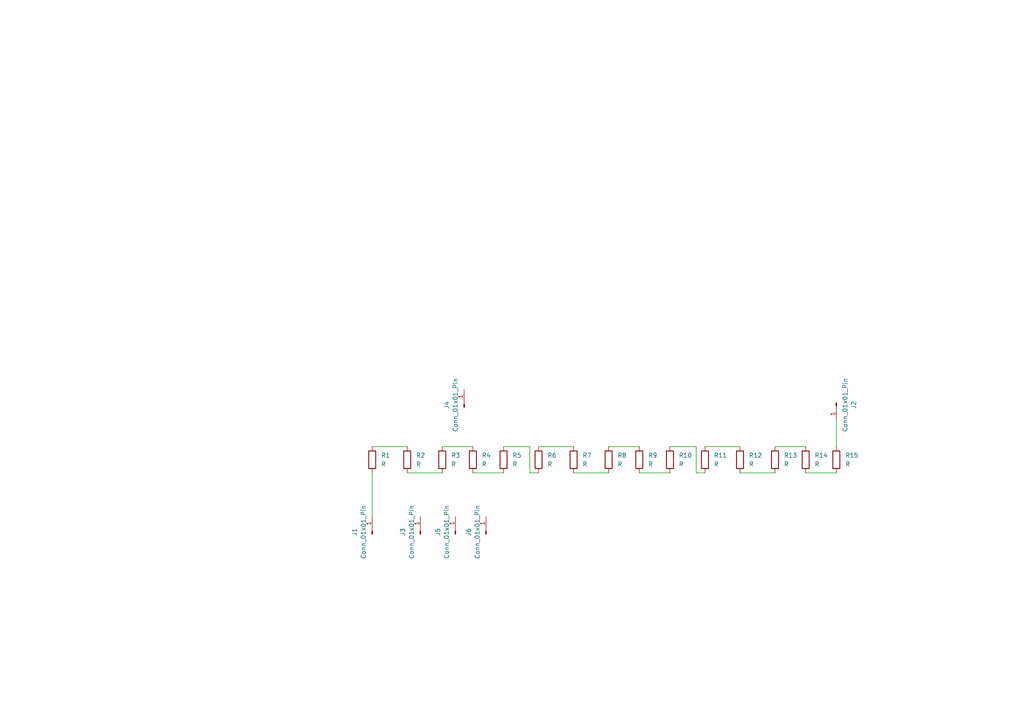
<source format=kicad_sch>
(kicad_sch (version 20231120) (generator "eeschema") (generator_version "8.0")
  (paper "A4")
  (lib_symbols
    (symbol "Connector:Conn_01x01_Pin" (pin_names (offset 1.016) hide)
      (property "Reference" "J" (at 0 2.54 0))
      (property "Value" "Conn_01x01_Pin" (at 0 -2.54 0))
      (symbol "Conn_01x01_Pin_1_1"
        (polyline (pts (xy 1.27 0) (xy 0.8636 0)) (stroke (width 0.1524)))
        (rectangle (start 0.8636 0.127) (end 0 -0.127) (stroke (width 0.1524)) (fill (type outline)))
        (pin passive line (at 5.08 0 180) (length 3.81) (name "Pin_1") (number "1"))
      )
    )
    (symbol "Device:R" (pin_numbers hide) (pin_names (offset 0))
      (property "Reference" "R" (at 2.032 0 90))
      (property "Value" "R" (at 0 0 90))
      (symbol "R_0_1"
        (rectangle (start -1.016 -2.54) (end 1.016 2.54) (stroke (width 0.254)))
      )
      (symbol "R_1_1"
        (pin passive line (at 0 3.81 270) (length 1.27) (name "~") (number "1"))
        (pin passive line (at 0 -3.81 90) (length 1.27) (name "~") (number "2"))
      )
    )
  )
  (wire (pts (xy 185.42 137.16) (xy 194.31 137.16)))
  (wire (pts (xy 201.93 129.54) (xy 201.93 137.16)))
  (wire (pts (xy 166.37 137.16) (xy 176.53 137.16)))
  (wire (pts (xy 242.57 121.92) (xy 242.57 129.54)))
  (wire (pts (xy 176.53 129.54) (xy 185.42 129.54)))
  (wire (pts (xy 107.95 129.54) (xy 118.11 129.54)))
  (wire (pts (xy 156.21 129.54) (xy 166.37 129.54)))
  (wire (pts (xy 146.05 129.54) (xy 153.67 129.54)))
  (wire (pts (xy 118.11 137.16) (xy 128.27 137.16)))
  (wire (pts (xy 137.16 137.16) (xy 146.05 137.16)))
  (wire (pts (xy 128.27 129.54) (xy 137.16 129.54)))
  (wire (pts (xy 153.67 129.54) (xy 153.67 137.16)))
  (wire (pts (xy 201.93 137.16) (xy 204.47 137.16)))
  (wire (pts (xy 233.68 137.16) (xy 242.57 137.16)))
  (wire (pts (xy 204.47 129.54) (xy 214.63 129.54)))
  (wire (pts (xy 107.95 137.16) (xy 107.95 149.86)))
  (wire (pts (xy 224.79 129.54) (xy 233.68 129.54)))
  (wire (pts (xy 153.67 137.16) (xy 156.21 137.16)))
  (wire (pts (xy 214.63 137.16) (xy 224.79 137.16)))
  (wire (pts (xy 194.31 129.54) (xy 201.93 129.54)))
  (symbol (lib_id "Device:R") (at 166.37 133.35 0) (unit 1)
    (property "Reference" "R7" (at 168.91 132.0799 0) (effects (justify left)))
    (property "Value" "R" (at 168.91 134.6199 0) (effects (justify left)))
    (property "Footprint" "Custom:HVR82MY5010" (effects (hide yes)))
    (property "Description" "Resistor" (effects (hide yes)))
  )
  (symbol (lib_id "Device:R") (at 233.68 133.35 0) (unit 1)
    (property "Reference" "R14" (at 236.22 132.0799 0) (effects (justify left)))
    (property "Value" "R" (at 236.22 134.6199 0) (effects (justify left)))
    (property "Footprint" "Custom:HVR82MY5010" (effects (hide yes)))
    (property "Description" "Resistor" (effects (hide yes)))
  )
  (symbol (lib_id "Device:R") (at 128.27 133.35 0) (unit 1)
    (property "Reference" "R3" (at 130.81 132.0799 0) (effects (justify left)))
    (property "Value" "R" (at 130.81 134.6199 0) (effects (justify left)))
    (property "Footprint" "Custom:HVR82MY5010" (effects (hide yes)))
    (property "Description" "Resistor" (effects (hide yes)))
  )
  (symbol (lib_id "Device:R") (at 204.47 133.35 0) (unit 1)
    (property "Reference" "R11" (at 207.01 132.0799 0) (effects (justify left)))
    (property "Value" "R" (at 207.01 134.6199 0) (effects (justify left)))
    (property "Footprint" "Custom:HVR82MY5010" (effects (hide yes)))
    (property "Description" "Resistor" (effects (hide yes)))
  )
  (symbol (lib_id "Device:R") (at 118.11 133.35 0) (unit 1)
    (property "Reference" "R2" (at 120.65 132.0799 0) (effects (justify left)))
    (property "Value" "R" (at 120.65 134.6199 0) (effects (justify left)))
    (property "Footprint" "Custom:HVR82MY5010" (effects (hide yes)))
    (property "Description" "Resistor" (effects (hide yes)))
  )
  (symbol (lib_id "Device:R") (at 185.42 133.35 0) (unit 1)
    (property "Reference" "R9" (at 187.96 132.0799 0) (effects (justify left)))
    (property "Value" "R" (at 187.96 134.6199 0) (effects (justify left)))
    (property "Footprint" "Custom:HVR82MY5010" (effects (hide yes)))
    (property "Description" "Resistor" (effects (hide yes)))
  )
  (symbol (lib_id "Device:R") (at 146.05 133.35 0) (unit 1)
    (property "Reference" "R5" (at 148.59 132.0799 0) (effects (justify left)))
    (property "Value" "R" (at 148.59 134.6199 0) (effects (justify left)))
    (property "Footprint" "Custom:HVR82MY5010" (effects (hide yes)))
    (property "Description" "Resistor" (effects (hide yes)))
  )
  (symbol (lib_id "Connector:Conn_01x01_Pin") (at 242.57 116.84 270) (unit 1)
    (property "Reference" "J2" (at 247.65 117.475 0))
    (property "Value" "Conn_01x01_Pin" (at 245.11 117.475 0))
    (property "Footprint" "Custom:VersatilePad" (effects (hide yes)))
    (property "Description" "Generic connector, single row, 01x01, script generated" (effects (hide yes)))
  )
  (symbol (lib_id "Device:R") (at 214.63 133.35 0) (unit 1)
    (property "Reference" "R12" (at 217.17 132.0799 0) (effects (justify left)))
    (property "Value" "R" (at 217.17 134.6199 0) (effects (justify left)))
    (property "Footprint" "Custom:HVR82MY5010" (effects (hide yes)))
    (property "Description" "Resistor" (effects (hide yes)))
  )
  (symbol (lib_id "Device:R") (at 137.16 133.35 0) (unit 1)
    (property "Reference" "R4" (at 139.7 132.0799 0) (effects (justify left)))
    (property "Value" "R" (at 139.7 134.6199 0) (effects (justify left)))
    (property "Footprint" "Custom:HVR82MY5010" (effects (hide yes)))
    (property "Description" "Resistor" (effects (hide yes)))
  )
  (symbol (lib_id "Connector:Conn_01x01_Pin") (at 121.92 154.94 90) (unit 1)
    (property "Reference" "J3" (at 116.84 154.305 0))
    (property "Value" "Conn_01x01_Pin" (at 119.38 154.305 0))
    (property "Footprint" "Custom:M3Hole" (effects (hide yes)))
    (property "Description" "Generic connector, single row, 01x01, script generated" (effects (hide yes)))
  )
  (symbol (lib_id "Connector:Conn_01x01_Pin") (at 132.08 154.94 90) (unit 1)
    (property "Reference" "J5" (at 127 154.305 0))
    (property "Value" "Conn_01x01_Pin" (at 129.54 154.305 0))
    (property "Footprint" "Custom:M3Hole" (effects (hide yes)))
    (property "Description" "Generic connector, single row, 01x01, script generated" (effects (hide yes)))
  )
  (symbol (lib_id "Device:R") (at 224.79 133.35 0) (unit 1)
    (property "Reference" "R13" (at 227.33 132.0799 0) (effects (justify left)))
    (property "Value" "R" (at 227.33 134.6199 0) (effects (justify left)))
    (property "Footprint" "Custom:HVR82MY5010" (effects (hide yes)))
    (property "Description" "Resistor" (effects (hide yes)))
  )
  (symbol (lib_id "Device:R") (at 156.21 133.35 0) (unit 1)
    (property "Reference" "R6" (at 158.75 132.0799 0) (effects (justify left)))
    (property "Value" "R" (at 158.75 134.6199 0) (effects (justify left)))
    (property "Footprint" "Custom:HVR82MY5010" (effects (hide yes)))
    (property "Description" "Resistor" (effects (hide yes)))
  )
  (symbol (lib_id "Device:R") (at 176.53 133.35 0) (unit 1)
    (property "Reference" "R8" (at 179.07 132.0799 0) (effects (justify left)))
    (property "Value" "R" (at 179.07 134.6199 0) (effects (justify left)))
    (property "Footprint" "Custom:HVR82MY5010" (effects (hide yes)))
    (property "Description" "Resistor" (effects (hide yes)))
  )
  (symbol (lib_id "Connector:Conn_01x01_Pin") (at 134.62 118.11 90) (unit 1)
    (property "Reference" "J4" (at 129.54 117.475 0))
    (property "Value" "Conn_01x01_Pin" (at 132.08 117.475 0))
    (property "Footprint" "Custom:M3Hole" (effects (hide yes)))
    (property "Description" "Generic connector, single row, 01x01, script generated" (effects (hide yes)))
  )
  (symbol (lib_id "Device:R") (at 107.95 133.35 0) (unit 1)
    (property "Reference" "R1" (at 110.49 132.0799 0) (effects (justify left)))
    (property "Value" "R" (at 110.49 134.6199 0) (effects (justify left)))
    (property "Footprint" "Custom:HVR82MY5010" (effects (hide yes)))
    (property "Description" "Resistor" (effects (hide yes)))
  )
  (symbol (lib_id "Connector:Conn_01x01_Pin") (at 140.97 154.94 90) (unit 1)
    (property "Reference" "J6" (at 135.89 154.305 0))
    (property "Value" "Conn_01x01_Pin" (at 138.43 154.305 0))
    (property "Footprint" "Custom:M3Hole" (effects (hide yes)))
    (property "Description" "Generic connector, single row, 01x01, script generated" (effects (hide yes)))
  )
  (symbol (lib_id "Device:R") (at 194.31 133.35 0) (unit 1)
    (property "Reference" "R10" (at 196.85 132.0799 0) (effects (justify left)))
    (property "Value" "R" (at 196.85 134.6199 0) (effects (justify left)))
    (property "Footprint" "Custom:HVR82MY5010" (effects (hide yes)))
    (property "Description" "Resistor" (effects (hide yes)))
  )
  (symbol (lib_id "Connector:Conn_01x01_Pin") (at 107.95 154.94 90) (unit 1)
    (property "Reference" "J1" (at 102.87 154.305 0))
    (property "Value" "Conn_01x01_Pin" (at 105.41 154.305 0))
    (property "Footprint" "Custom:VersatilePad" (effects (hide yes)))
    (property "Description" "Generic connector, single row, 01x01, script generated" (effects (hide yes)))
  )
  (symbol (lib_id "Device:R") (at 242.57 133.35 0) (unit 1)
    (property "Reference" "R15" (at 245.11 132.0799 0) (effects (justify left)))
    (property "Value" "R" (at 245.11 134.6199 0) (effects (justify left)))
    (property "Footprint" "Custom:HVR82MY5010" (effects (hide yes)))
    (property "Description" "Resistor" (effects (hide yes)))
  )
)
</source>
